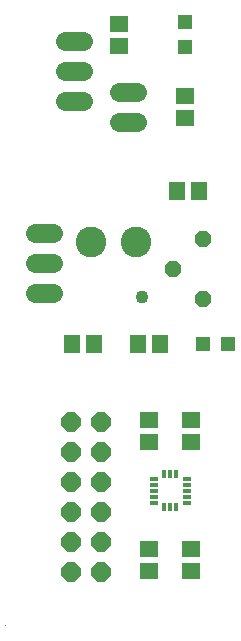
<source format=gbr>
G04 EAGLE Gerber RS-274X export*
G75*
%MOMM*%
%FSLAX34Y34*%
%LPD*%
%INSoldermask Top*%
%IPPOS*%
%AMOC8*
5,1,8,0,0,1.08239X$1,22.5*%
G01*
%ADD10R,0.000500X0.000497*%
%ADD11R,0.000497X0.000497*%
%ADD12R,0.000497X0.000494*%
%ADD13R,1.601600X1.401600*%
%ADD14P,1.759533X8X112.500000*%
%ADD15C,1.625600*%
%ADD16R,1.301600X1.301600*%
%ADD17P,1.429621X8X292.500000*%
%ADD18R,1.401600X1.601600*%
%ADD19R,0.801600X0.381600*%
%ADD20R,0.381600X0.801600*%
%ADD21C,2.601600*%
%ADD22C,1.101600*%


D10*
X461Y124D03*
D11*
X675Y164D03*
D12*
X754Y189D03*
D13*
X121920Y155600D03*
X121920Y174600D03*
X157480Y155600D03*
X157480Y174600D03*
D14*
X55880Y45720D03*
X55880Y71120D03*
X55880Y96520D03*
X55880Y121920D03*
X55880Y147320D03*
X55880Y172720D03*
X81280Y45720D03*
X81280Y71120D03*
X81280Y96520D03*
X81280Y121920D03*
X81280Y147320D03*
X81280Y172720D03*
D15*
X40640Y281940D02*
X25400Y281940D01*
X25400Y307340D02*
X40640Y307340D01*
X40640Y332740D02*
X25400Y332740D01*
X50800Y444500D02*
X66040Y444500D01*
X66040Y469900D02*
X50800Y469900D01*
X50800Y495300D02*
X66040Y495300D01*
D16*
X152400Y489880D03*
X152400Y510880D03*
X167300Y238760D03*
X188300Y238760D03*
D13*
X157480Y65380D03*
X157480Y46380D03*
X121920Y65380D03*
X121920Y46380D03*
D17*
X167640Y277114D03*
X167640Y327406D03*
X142240Y302260D03*
D18*
X56540Y238760D03*
X75540Y238760D03*
X112420Y238760D03*
X131420Y238760D03*
X164440Y368300D03*
X145440Y368300D03*
D13*
X96520Y509880D03*
X96520Y490880D03*
X152400Y448920D03*
X152400Y429920D03*
D19*
X153700Y109300D03*
X153700Y104300D03*
X153700Y114300D03*
X153700Y119300D03*
X153700Y124300D03*
X125700Y119300D03*
X125700Y124300D03*
X125700Y114300D03*
X125700Y109300D03*
X125700Y104300D03*
D20*
X144700Y128300D03*
X139700Y128300D03*
X134700Y128300D03*
X134700Y100300D03*
X139700Y100300D03*
X144700Y100300D03*
D15*
X111760Y452120D02*
X96520Y452120D01*
X96520Y426720D02*
X111760Y426720D01*
D21*
X72440Y325120D03*
X110440Y325120D03*
D22*
X115940Y278620D03*
M02*

</source>
